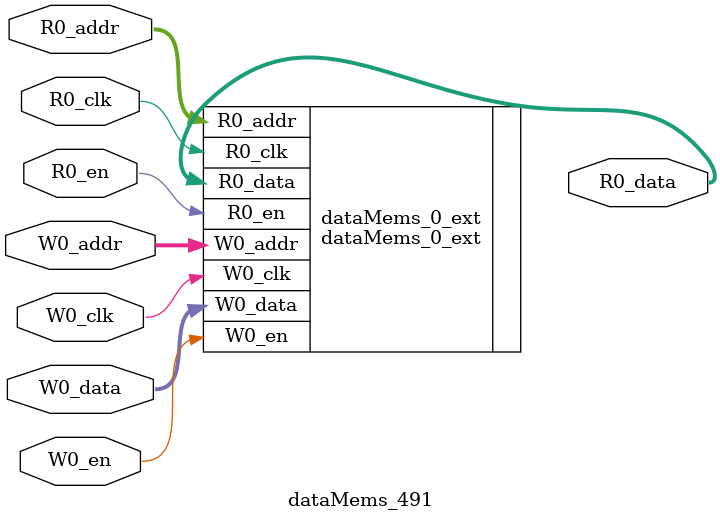
<source format=sv>
`ifndef RANDOMIZE
  `ifdef RANDOMIZE_REG_INIT
    `define RANDOMIZE
  `endif // RANDOMIZE_REG_INIT
`endif // not def RANDOMIZE
`ifndef RANDOMIZE
  `ifdef RANDOMIZE_MEM_INIT
    `define RANDOMIZE
  `endif // RANDOMIZE_MEM_INIT
`endif // not def RANDOMIZE

`ifndef RANDOM
  `define RANDOM $random
`endif // not def RANDOM

// Users can define 'PRINTF_COND' to add an extra gate to prints.
`ifndef PRINTF_COND_
  `ifdef PRINTF_COND
    `define PRINTF_COND_ (`PRINTF_COND)
  `else  // PRINTF_COND
    `define PRINTF_COND_ 1
  `endif // PRINTF_COND
`endif // not def PRINTF_COND_

// Users can define 'ASSERT_VERBOSE_COND' to add an extra gate to assert error printing.
`ifndef ASSERT_VERBOSE_COND_
  `ifdef ASSERT_VERBOSE_COND
    `define ASSERT_VERBOSE_COND_ (`ASSERT_VERBOSE_COND)
  `else  // ASSERT_VERBOSE_COND
    `define ASSERT_VERBOSE_COND_ 1
  `endif // ASSERT_VERBOSE_COND
`endif // not def ASSERT_VERBOSE_COND_

// Users can define 'STOP_COND' to add an extra gate to stop conditions.
`ifndef STOP_COND_
  `ifdef STOP_COND
    `define STOP_COND_ (`STOP_COND)
  `else  // STOP_COND
    `define STOP_COND_ 1
  `endif // STOP_COND
`endif // not def STOP_COND_

// Users can define INIT_RANDOM as general code that gets injected into the
// initializer block for modules with registers.
`ifndef INIT_RANDOM
  `define INIT_RANDOM
`endif // not def INIT_RANDOM

// If using random initialization, you can also define RANDOMIZE_DELAY to
// customize the delay used, otherwise 0.002 is used.
`ifndef RANDOMIZE_DELAY
  `define RANDOMIZE_DELAY 0.002
`endif // not def RANDOMIZE_DELAY

// Define INIT_RANDOM_PROLOG_ for use in our modules below.
`ifndef INIT_RANDOM_PROLOG_
  `ifdef RANDOMIZE
    `ifdef VERILATOR
      `define INIT_RANDOM_PROLOG_ `INIT_RANDOM
    `else  // VERILATOR
      `define INIT_RANDOM_PROLOG_ `INIT_RANDOM #`RANDOMIZE_DELAY begin end
    `endif // VERILATOR
  `else  // RANDOMIZE
    `define INIT_RANDOM_PROLOG_
  `endif // RANDOMIZE
`endif // not def INIT_RANDOM_PROLOG_

// Include register initializers in init blocks unless synthesis is set
`ifndef SYNTHESIS
  `ifndef ENABLE_INITIAL_REG_
    `define ENABLE_INITIAL_REG_
  `endif // not def ENABLE_INITIAL_REG_
`endif // not def SYNTHESIS

// Include rmemory initializers in init blocks unless synthesis is set
`ifndef SYNTHESIS
  `ifndef ENABLE_INITIAL_MEM_
    `define ENABLE_INITIAL_MEM_
  `endif // not def ENABLE_INITIAL_MEM_
`endif // not def SYNTHESIS

module dataMems_491(	// @[generators/ara/src/main/scala/UnsafeAXI4ToTL.scala:365:62]
  input  [4:0]  R0_addr,
  input         R0_en,
  input         R0_clk,
  output [66:0] R0_data,
  input  [4:0]  W0_addr,
  input         W0_en,
  input         W0_clk,
  input  [66:0] W0_data
);

  dataMems_0_ext dataMems_0_ext (	// @[generators/ara/src/main/scala/UnsafeAXI4ToTL.scala:365:62]
    .R0_addr (R0_addr),
    .R0_en   (R0_en),
    .R0_clk  (R0_clk),
    .R0_data (R0_data),
    .W0_addr (W0_addr),
    .W0_en   (W0_en),
    .W0_clk  (W0_clk),
    .W0_data (W0_data)
  );
endmodule


</source>
